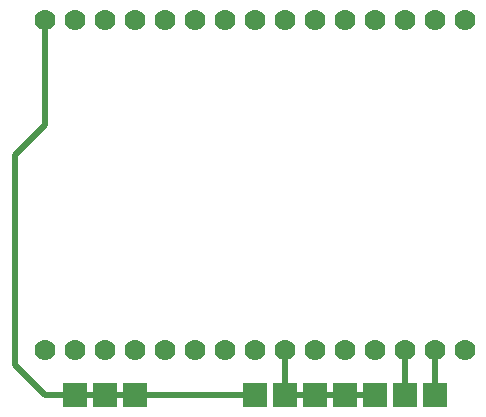
<source format=gbr>
%TF.GenerationSoftware,KiCad,Pcbnew,(6.0.5)*%
%TF.CreationDate,2022-07-21T22:12:38+01:00*%
%TF.ProjectId,wheelchairPCB,77686565-6c63-4686-9169-725043422e6b,rev?*%
%TF.SameCoordinates,Original*%
%TF.FileFunction,Copper,L2,Bot*%
%TF.FilePolarity,Positive*%
%FSLAX46Y46*%
G04 Gerber Fmt 4.6, Leading zero omitted, Abs format (unit mm)*
G04 Created by KiCad (PCBNEW (6.0.5)) date 2022-07-21 22:12:38*
%MOMM*%
%LPD*%
G01*
G04 APERTURE LIST*
%TA.AperFunction,ComponentPad*%
%ADD10C,1.778000*%
%TD*%
%TA.AperFunction,ComponentPad*%
%ADD11R,2.000000X2.000000*%
%TD*%
%TA.AperFunction,Conductor*%
%ADD12C,0.500000*%
%TD*%
G04 APERTURE END LIST*
D10*
%TO.P,U1,1,A0*%
%TO.N,unconnected-(U1-Pad1)*%
X187960000Y-49530000D03*
%TO.P,U1,2,GND*%
%TO.N,unconnected-(U1-Pad2)*%
X185420000Y-49530000D03*
%TO.P,U1,22,D6*%
%TO.N,unconnected-(U1-Pad22)*%
X167640000Y-77470000D03*
%TO.P,U1,3,VU*%
%TO.N,unconnected-(U1-Pad3)*%
X182880000Y-49530000D03*
%TO.P,U1,4,S3*%
%TO.N,unconnected-(U1-Pad4)*%
X180340000Y-49530000D03*
%TO.P,U1,5,S2*%
%TO.N,unconnected-(U1-Pad5)*%
X177800000Y-49530000D03*
%TO.P,U1,6,S1*%
%TO.N,unconnected-(U1-Pad6)*%
X175260000Y-49530000D03*
%TO.P,U1,7,SC*%
%TO.N,unconnected-(U1-Pad7)*%
X172720000Y-49530000D03*
%TO.P,U1,8,S0*%
%TO.N,unconnected-(U1-Pad8)*%
X170180000Y-49530000D03*
%TO.P,U1,9,SK*%
%TO.N,unconnected-(U1-Pad9)*%
X167640000Y-49530000D03*
%TO.P,U1,10,GND*%
%TO.N,unconnected-(U1-Pad10)*%
X165100000Y-49530000D03*
%TO.P,U1,11,3V*%
%TO.N,unconnected-(U1-Pad11)*%
X162560000Y-49530000D03*
%TO.P,U1,12,EN*%
%TO.N,unconnected-(U1-Pad12)*%
X160020000Y-49530000D03*
%TO.P,U1,13,RST*%
%TO.N,unconnected-(U1-Pad13)*%
X157480000Y-49530000D03*
%TO.P,U1,14,GND*%
%TO.N,unconnected-(U1-Pad14)*%
X154940000Y-49530000D03*
%TO.P,U1,15,VIN*%
%TO.N,Net-(J1-Pad2)*%
X152400000Y-49530000D03*
%TO.P,U1,16,3v*%
%TO.N,unconnected-(U1-Pad16)*%
X152400000Y-77470000D03*
%TO.P,U1,17,GND*%
%TO.N,unconnected-(U1-Pad17)*%
X154940000Y-77470000D03*
%TO.P,U1,18,TX*%
%TO.N,unconnected-(U1-Pad18)*%
X157480000Y-77470000D03*
%TO.P,U1,19,RX*%
%TO.N,unconnected-(U1-Pad19)*%
X160020000Y-77470000D03*
%TO.P,U1,20,D8*%
%TO.N,unconnected-(U1-Pad20)*%
X162560000Y-77470000D03*
%TO.P,U1,21,D7*%
%TO.N,unconnected-(U1-Pad21)*%
X165100000Y-77470000D03*
%TO.P,U1,23,D5*%
%TO.N,unconnected-(U1-Pad23)*%
X170180000Y-77470000D03*
%TO.P,U1,24,GND*%
%TO.N,Net-(J1-Pad1)*%
X172720000Y-77470000D03*
%TO.P,U1,25,3V*%
%TO.N,unconnected-(U1-Pad25)*%
X175260000Y-77470000D03*
%TO.P,U1,26,D4*%
%TO.N,unconnected-(U1-Pad26)*%
X177800000Y-77470000D03*
%TO.P,U1,27,D3*%
%TO.N,unconnected-(U1-Pad27)*%
X180340000Y-77470000D03*
%TO.P,U1,28,D2*%
%TO.N,Net-(J3-Pad4)*%
X182880000Y-77470000D03*
%TO.P,U1,29,D1*%
%TO.N,Net-(J3-Pad5)*%
X185420000Y-77470000D03*
%TO.P,U1,30,D0*%
%TO.N,unconnected-(U1-Pad30)*%
X187960000Y-77470000D03*
%TD*%
D11*
%TO.P,J1,1,Pin_1*%
%TO.N,Net-(J1-Pad1)*%
X172720000Y-81280000D03*
%TO.P,J1,2,Pin_2*%
%TO.N,Net-(J1-Pad2)*%
X170180000Y-81280000D03*
%TD*%
%TO.P,J2,1,Pin_1*%
%TO.N,Net-(J1-Pad2)*%
X160020000Y-81280000D03*
%TO.P,J2,2,Pin_2*%
X157480000Y-81280000D03*
%TO.P,J2,3,Pin_3*%
X154940000Y-81280000D03*
%TD*%
%TO.P,J3,5,Pin_5*%
%TO.N,Net-(J3-Pad5)*%
X185420000Y-81280000D03*
%TO.P,J3,4,Pin_4*%
%TO.N,Net-(J3-Pad4)*%
X182880000Y-81280000D03*
%TO.P,J3,3,Pin_3*%
%TO.N,Net-(J1-Pad1)*%
X180340000Y-81280000D03*
%TO.P,J3,2,Pin_2*%
X177800000Y-81280000D03*
%TO.P,J3,1,Pin_1*%
X175260000Y-81280000D03*
%TD*%
D12*
%TO.N,Net-(J1-Pad1)*%
X175260000Y-81280000D02*
X172720000Y-81280000D01*
X177800000Y-81280000D02*
X175260000Y-81280000D01*
X180340000Y-81280000D02*
X177800000Y-81280000D01*
%TO.N,Net-(J3-Pad4)*%
X182880000Y-77470000D02*
X182880000Y-81280000D01*
%TO.N,Net-(J3-Pad5)*%
X185420000Y-77470000D02*
X185420000Y-81280000D01*
%TO.N,Net-(J1-Pad1)*%
X172720000Y-81280000D02*
X172720000Y-77470000D01*
%TO.N,Net-(J1-Pad2)*%
X160020000Y-81280000D02*
X170180000Y-81280000D01*
X157480000Y-81280000D02*
X160020000Y-81280000D01*
X154940000Y-81280000D02*
X157480000Y-81280000D01*
X152400000Y-81280000D02*
X154940000Y-81280000D01*
X149860000Y-60960000D02*
X149860000Y-78740000D01*
X152400000Y-58420000D02*
X149860000Y-60960000D01*
X149860000Y-78740000D02*
X152400000Y-81280000D01*
X152400000Y-49530000D02*
X152400000Y-58420000D01*
%TD*%
M02*

</source>
